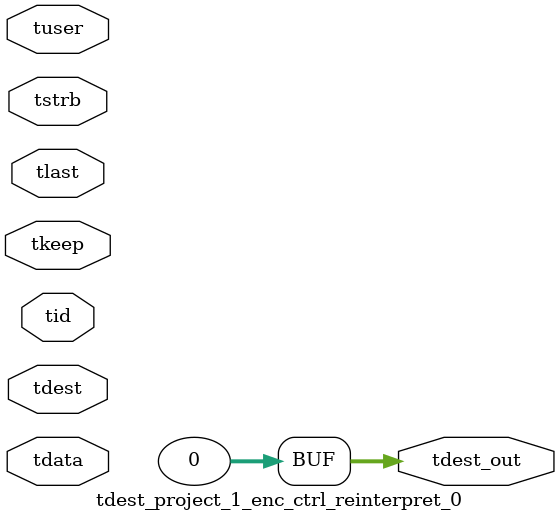
<source format=v>


`timescale 1ps/1ps

module tdest_project_1_enc_ctrl_reinterpret_0 #
(
parameter C_S_AXIS_TDATA_WIDTH = 32,
parameter C_S_AXIS_TUSER_WIDTH = 0,
parameter C_S_AXIS_TID_WIDTH   = 0,
parameter C_S_AXIS_TDEST_WIDTH = 0,
parameter C_M_AXIS_TDEST_WIDTH = 32
)
(
input  [(C_S_AXIS_TDATA_WIDTH == 0 ? 1 : C_S_AXIS_TDATA_WIDTH)-1:0     ] tdata,
input  [(C_S_AXIS_TUSER_WIDTH == 0 ? 1 : C_S_AXIS_TUSER_WIDTH)-1:0     ] tuser,
input  [(C_S_AXIS_TID_WIDTH   == 0 ? 1 : C_S_AXIS_TID_WIDTH)-1:0       ] tid,
input  [(C_S_AXIS_TDEST_WIDTH == 0 ? 1 : C_S_AXIS_TDEST_WIDTH)-1:0     ] tdest,
input  [(C_S_AXIS_TDATA_WIDTH/8)-1:0 ] tkeep,
input  [(C_S_AXIS_TDATA_WIDTH/8)-1:0 ] tstrb,
input                                                                    tlast,
output [C_M_AXIS_TDEST_WIDTH-1:0] tdest_out
);

assign tdest_out = {1'b0};

endmodule


</source>
